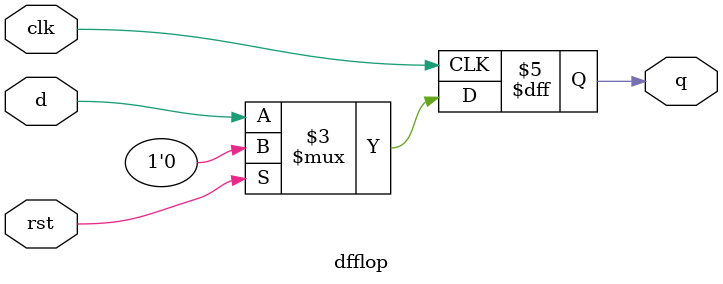
<source format=v>
module bit_syn_j(q,clk,rst);
  input clk,rst;
  output [3:0]q;
  wire [3:0]q;
  dfflop s1 (q[3],(~q[0]),clk,rst);
  dfflop s2 (q[2],q[3],clk,rst);
  dfflop s3 (q[1],q[2],clk,rst);
  dfflop s4 (q[0],q[1],clk,rst);
endmodule
  
  
module dfflop(q,d,clk,rst);
  input d,clk,rst;
  output reg q;
  always @ (posedge clk)
  begin
    if(rst)
      q<=0;
    else
      q<=d;
  end
endmodule


  
  

</source>
